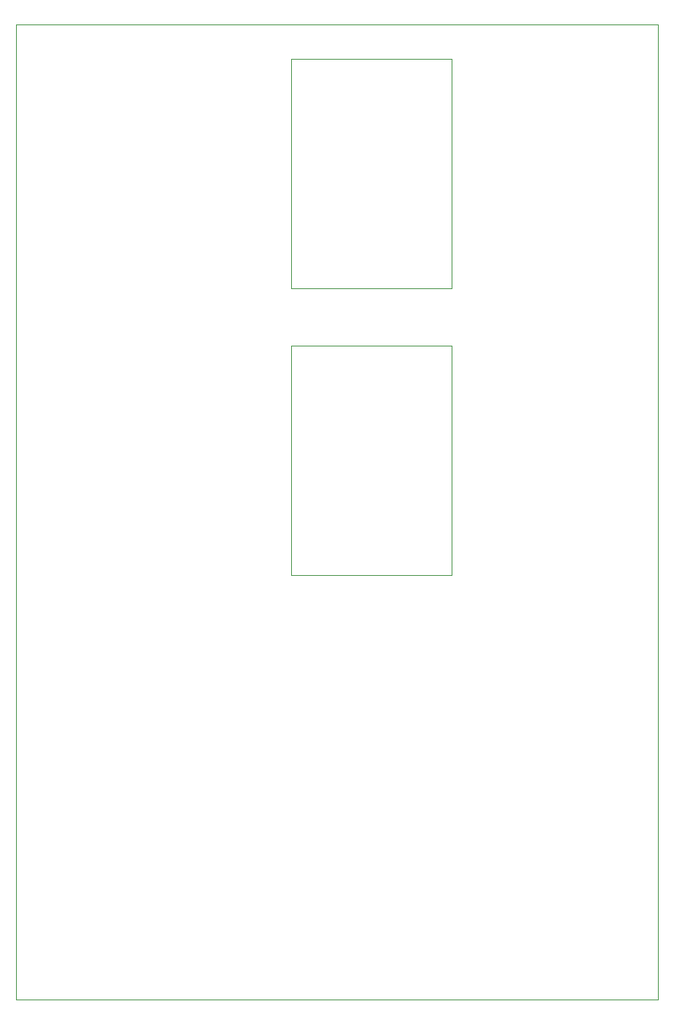
<source format=gbr>
%TF.GenerationSoftware,KiCad,Pcbnew,6.0.2+dfsg-1*%
%TF.CreationDate,2024-07-15T16:46:17+10:00*%
%TF.ProjectId,SWRBridge,53575242-7269-4646-9765-2e6b69636164,2*%
%TF.SameCoordinates,Original*%
%TF.FileFunction,Profile,NP*%
%FSLAX46Y46*%
G04 Gerber Fmt 4.6, Leading zero omitted, Abs format (unit mm)*
G04 Created by KiCad (PCBNEW 6.0.2+dfsg-1) date 2024-07-15 16:46:17*
%MOMM*%
%LPD*%
G01*
G04 APERTURE LIST*
%TA.AperFunction,Profile*%
%ADD10C,0.050000*%
%TD*%
G04 APERTURE END LIST*
D10*
X123190000Y-105410000D02*
X123190000Y-80010000D01*
X140970000Y-48260000D02*
X123190000Y-48260000D01*
X163830000Y-44450000D02*
X92710000Y-44450000D01*
X92710000Y-152400000D02*
X93980000Y-152400000D01*
X163830000Y-152400000D02*
X163830000Y-44450000D01*
X123190000Y-73660000D02*
X140970000Y-73660000D01*
X93980000Y-152400000D02*
X163830000Y-152400000D01*
X123190000Y-80010000D02*
X140970000Y-80010000D01*
X92710000Y-44450000D02*
X92710000Y-152400000D01*
X140970000Y-80010000D02*
X140970000Y-105410000D01*
X140970000Y-73660000D02*
X140970000Y-48260000D01*
X123190000Y-48260000D02*
X123190000Y-73660000D01*
X140970000Y-105410000D02*
X123190000Y-105410000D01*
M02*

</source>
